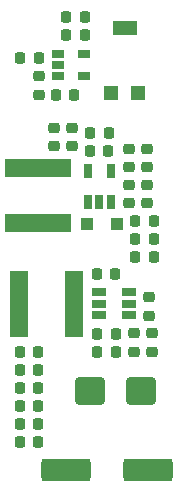
<source format=gbr>
%TF.GenerationSoftware,KiCad,Pcbnew,8.0.4*%
%TF.CreationDate,2024-09-22T15:29:47+02:00*%
%TF.ProjectId,dc_64a,64635f36-3461-42e6-9b69-6361645f7063,rev?*%
%TF.SameCoordinates,Original*%
%TF.FileFunction,Paste,Top*%
%TF.FilePolarity,Positive*%
%FSLAX46Y46*%
G04 Gerber Fmt 4.6, Leading zero omitted, Abs format (unit mm)*
G04 Created by KiCad (PCBNEW 8.0.4) date 2024-09-22 15:29:47*
%MOMM*%
%LPD*%
G01*
G04 APERTURE LIST*
G04 Aperture macros list*
%AMRoundRect*
0 Rectangle with rounded corners*
0 $1 Rounding radius*
0 $2 $3 $4 $5 $6 $7 $8 $9 X,Y pos of 4 corners*
0 Add a 4 corners polygon primitive as box body*
4,1,4,$2,$3,$4,$5,$6,$7,$8,$9,$2,$3,0*
0 Add four circle primitives for the rounded corners*
1,1,$1+$1,$2,$3*
1,1,$1+$1,$4,$5*
1,1,$1+$1,$6,$7*
1,1,$1+$1,$8,$9*
0 Add four rect primitives between the rounded corners*
20,1,$1+$1,$2,$3,$4,$5,0*
20,1,$1+$1,$4,$5,$6,$7,0*
20,1,$1+$1,$6,$7,$8,$9,0*
20,1,$1+$1,$8,$9,$2,$3,0*%
G04 Aperture macros list end*
%ADD10RoundRect,0.218750X-0.218750X-0.256250X0.218750X-0.256250X0.218750X0.256250X-0.218750X0.256250X0*%
%ADD11R,1.220000X0.650000*%
%ADD12RoundRect,0.218750X0.256250X-0.218750X0.256250X0.218750X-0.256250X0.218750X-0.256250X-0.218750X0*%
%ADD13RoundRect,0.218750X0.218750X0.256250X-0.218750X0.256250X-0.218750X-0.256250X0.218750X-0.256250X0*%
%ADD14RoundRect,0.250000X-1.825000X-0.700000X1.825000X-0.700000X1.825000X0.700000X-1.825000X0.700000X0*%
%ADD15RoundRect,0.218750X-0.256250X0.218750X-0.256250X-0.218750X0.256250X-0.218750X0.256250X0.218750X0*%
%ADD16R,1.600000X5.700000*%
%ADD17R,1.000000X1.000000*%
%ADD18R,5.700000X1.600000*%
%ADD19RoundRect,0.250000X-1.000000X-0.900000X1.000000X-0.900000X1.000000X0.900000X-1.000000X0.900000X0*%
%ADD20R,1.300000X1.300000*%
%ADD21R,2.000000X1.300000*%
%ADD22R,0.650000X1.220000*%
%ADD23R,1.060000X0.650000*%
G04 APERTURE END LIST*
D10*
X101041000Y-65405000D03*
X102616000Y-65405000D03*
X97536000Y-45212000D03*
X99111000Y-45212000D03*
X94462500Y-66929000D03*
X96037500Y-66929000D03*
D11*
X101147000Y-61915000D03*
X101147000Y-62865000D03*
X101147000Y-63815000D03*
X103767000Y-63815000D03*
X103767000Y-62865000D03*
X103767000Y-61915000D03*
D12*
X104114500Y-66954500D03*
X104114500Y-65379500D03*
D10*
X104241500Y-57429500D03*
X105816500Y-57429500D03*
D13*
X101986500Y-49961800D03*
X100411500Y-49961800D03*
D10*
X94462500Y-69977000D03*
X96037500Y-69977000D03*
D14*
X98379000Y-76962000D03*
X105329000Y-76962000D03*
D15*
X103739000Y-49758500D03*
X103739000Y-51333500D03*
X103739000Y-52806500D03*
X103739000Y-54381500D03*
D16*
X99092000Y-62865000D03*
X94392000Y-62865000D03*
D12*
X97409000Y-49555500D03*
X97409000Y-47980500D03*
D13*
X99974500Y-40132000D03*
X98399500Y-40132000D03*
D10*
X104241500Y-55905500D03*
X105816500Y-55905500D03*
D17*
X102703000Y-56159400D03*
X100203000Y-56159400D03*
D15*
X105638500Y-65379500D03*
X105638500Y-66954500D03*
D18*
X96012000Y-51371000D03*
X96012000Y-56071000D03*
D15*
X105283000Y-52806500D03*
X105283000Y-54381500D03*
D10*
X101041000Y-66929000D03*
X102616000Y-66929000D03*
X104241500Y-58953500D03*
X105816500Y-58953500D03*
X94462500Y-73025000D03*
X96037500Y-73025000D03*
D19*
X100457000Y-70231000D03*
X104757000Y-70231000D03*
D10*
X101009000Y-60325000D03*
X102584000Y-60325000D03*
D12*
X105384500Y-63906500D03*
X105384500Y-62331500D03*
D10*
X94462500Y-68453000D03*
X96037500Y-68453000D03*
D20*
X102228000Y-45041000D03*
D21*
X103378000Y-39541000D03*
D20*
X104528000Y-45041000D03*
D10*
X94462500Y-71501000D03*
X96037500Y-71501000D03*
D22*
X100269000Y-54294500D03*
X101219000Y-54294500D03*
X102169000Y-54294500D03*
X102169000Y-51674500D03*
X100269000Y-51674500D03*
D15*
X105283000Y-49758500D03*
X105283000Y-51333500D03*
D12*
X98933000Y-49555500D03*
X98933000Y-47980500D03*
D13*
X96080500Y-42037000D03*
X94505500Y-42037000D03*
D15*
X96113250Y-43637000D03*
X96113250Y-45212000D03*
D10*
X94462500Y-74549000D03*
X96037500Y-74549000D03*
D13*
X99974500Y-38608000D03*
X98399500Y-38608000D03*
D10*
X100431500Y-48412500D03*
X102006500Y-48412500D03*
D23*
X97706000Y-41722000D03*
X97706000Y-42672000D03*
X97706000Y-43622000D03*
X99906000Y-43622000D03*
X99906000Y-41722000D03*
M02*

</source>
